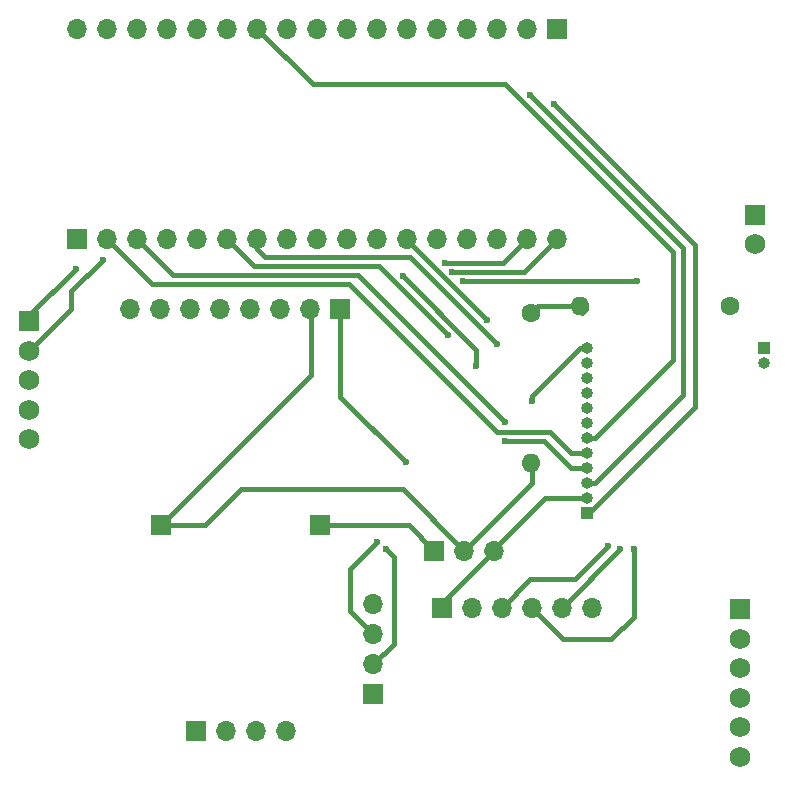
<source format=gbr>
G04 #@! TF.FileFunction,Copper,L2,Bot,Signal*
%FSLAX46Y46*%
G04 Gerber Fmt 4.6, Leading zero omitted, Abs format (unit mm)*
G04 Created by KiCad (PCBNEW 4.0.7) date 08/16/18 23:45:15*
%MOMM*%
%LPD*%
G01*
G04 APERTURE LIST*
%ADD10C,0.100000*%
%ADD11R,1.700000X1.700000*%
%ADD12O,1.700000X1.700000*%
%ADD13R,1.000000X1.000000*%
%ADD14O,1.000000X1.000000*%
%ADD15R,1.750000X1.750000*%
%ADD16C,1.750000*%
%ADD17C,1.600000*%
%ADD18O,1.600000X1.600000*%
%ADD19C,0.600000*%
%ADD20C,0.400000*%
G04 APERTURE END LIST*
D10*
D11*
X102806500Y-85534500D03*
D12*
X100266500Y-85534500D03*
X97726500Y-85534500D03*
X95186500Y-85534500D03*
X92646500Y-85534500D03*
X90106500Y-85534500D03*
X87566500Y-85534500D03*
X85026500Y-85534500D03*
D13*
X138684000Y-88900000D03*
D14*
X138684000Y-90170000D03*
D13*
X123698000Y-102870000D03*
D14*
X123698000Y-101600000D03*
X123698000Y-100330000D03*
X123698000Y-99060000D03*
X123698000Y-97790000D03*
X123698000Y-96520000D03*
X123698000Y-95250000D03*
X123698000Y-93980000D03*
X123698000Y-92710000D03*
X123698000Y-91440000D03*
X123698000Y-90170000D03*
X123698000Y-88900000D03*
D11*
X121158000Y-61849000D03*
D12*
X118618000Y-61849000D03*
X116078000Y-61849000D03*
X113538000Y-61849000D03*
X110998000Y-61849000D03*
X108458000Y-61849000D03*
X105918000Y-61849000D03*
X103378000Y-61849000D03*
X100838000Y-61849000D03*
X98298000Y-61849000D03*
X95758000Y-61849000D03*
X93218000Y-61849000D03*
X90678000Y-61849000D03*
X88138000Y-61849000D03*
X85598000Y-61849000D03*
X83058000Y-61849000D03*
X80518000Y-61849000D03*
D11*
X101092000Y-103886000D03*
X87630000Y-103886000D03*
X90551000Y-121285000D03*
D12*
X93091000Y-121285000D03*
X95631000Y-121285000D03*
X98171000Y-121285000D03*
D11*
X80518000Y-79629000D03*
D12*
X83058000Y-79629000D03*
X85598000Y-79629000D03*
X88138000Y-79629000D03*
X90678000Y-79629000D03*
X93218000Y-79629000D03*
X95758000Y-79629000D03*
X98298000Y-79629000D03*
X100838000Y-79629000D03*
X103378000Y-79629000D03*
X105918000Y-79629000D03*
X108458000Y-79629000D03*
X110998000Y-79629000D03*
X113538000Y-79629000D03*
X116078000Y-79629000D03*
X118618000Y-79629000D03*
X121158000Y-79629000D03*
D11*
X110744000Y-106045000D03*
D12*
X113284000Y-106045000D03*
X115824000Y-106045000D03*
D11*
X105600500Y-118173500D03*
D12*
X105600500Y-115633500D03*
X105600500Y-113093500D03*
X105600500Y-110553500D03*
D11*
X111379000Y-110871000D03*
D12*
X113919000Y-110871000D03*
X116459000Y-110871000D03*
X118999000Y-110871000D03*
X121539000Y-110871000D03*
X124079000Y-110871000D03*
D15*
X76454000Y-86614000D03*
D16*
X76454000Y-89114000D03*
X76454000Y-91614000D03*
X76454000Y-94114000D03*
X76454000Y-96614000D03*
D15*
X137922000Y-77597000D03*
D16*
X137922000Y-80097000D03*
D17*
X118935500Y-85915500D03*
D18*
X118935500Y-98615500D03*
D17*
X135763000Y-85344000D03*
D18*
X123063000Y-85344000D03*
D15*
X136652000Y-110998000D03*
D16*
X136652000Y-113498000D03*
X136652000Y-115998000D03*
X136652000Y-118498000D03*
X136652000Y-120998000D03*
X136652000Y-123498000D03*
D19*
X108331000Y-98552000D03*
X118999000Y-93345000D03*
X120904000Y-68199000D03*
X118872000Y-67437000D03*
X116713000Y-95123000D03*
X116713000Y-96774000D03*
X127889000Y-83185000D03*
X113157000Y-83185000D03*
X105918000Y-105283000D03*
X111633000Y-81661000D03*
X106680000Y-105918000D03*
X112268000Y-82423000D03*
X82677000Y-81407000D03*
X80391000Y-82169000D03*
X127635000Y-105918000D03*
X108077000Y-82804000D03*
X114300000Y-90424000D03*
X126492000Y-105918000D03*
X115189000Y-86487000D03*
X125476000Y-105664000D03*
X111887000Y-87757000D03*
X116078000Y-88519000D03*
D20*
X115824000Y-106045000D02*
X115824000Y-105918000D01*
X115824000Y-105918000D02*
X120142000Y-101600000D01*
X120142000Y-101600000D02*
X123698000Y-101600000D01*
X102806500Y-93027500D02*
X102806500Y-85534500D01*
X108331000Y-98552000D02*
X102806500Y-93027500D01*
X111379000Y-110871000D02*
X111379000Y-110490000D01*
X111379000Y-110490000D02*
X115824000Y-106045000D01*
X123698000Y-88900000D02*
X123063000Y-88900000D01*
X118999000Y-92964000D02*
X118999000Y-93345000D01*
X123063000Y-88900000D02*
X118999000Y-92964000D01*
X113284000Y-106045000D02*
X108077000Y-100838000D01*
X91313000Y-103886000D02*
X87630000Y-103886000D01*
X94361000Y-100838000D02*
X91313000Y-103886000D01*
X108077000Y-100838000D02*
X94361000Y-100838000D01*
X87630000Y-103886000D02*
X100330000Y-91186000D01*
X100330000Y-91186000D02*
X100330000Y-85598000D01*
X100330000Y-85598000D02*
X100266500Y-85534500D01*
X113284000Y-106045000D02*
X118999000Y-100330000D01*
X118999000Y-100330000D02*
X118999000Y-98679000D01*
X118999000Y-98679000D02*
X118935500Y-98615500D01*
X123698000Y-102870000D02*
X123825000Y-102870000D01*
X123825000Y-102870000D02*
X132842000Y-93853000D01*
X132842000Y-93853000D02*
X132842000Y-80137000D01*
X132842000Y-80137000D02*
X120904000Y-68199000D01*
X123698000Y-100330000D02*
X124333000Y-100330000D01*
X131826000Y-80391000D02*
X118872000Y-67437000D01*
X131826000Y-92837000D02*
X131826000Y-80391000D01*
X124333000Y-100330000D02*
X131826000Y-92837000D01*
X123698000Y-99060000D02*
X122301000Y-99060000D01*
X88646000Y-82677000D02*
X85598000Y-79629000D01*
X104267000Y-82677000D02*
X88646000Y-82677000D01*
X116713000Y-95123000D02*
X104267000Y-82677000D01*
X120015000Y-96774000D02*
X116713000Y-96774000D01*
X122301000Y-99060000D02*
X120015000Y-96774000D01*
X123444000Y-98806000D02*
X123698000Y-99060000D01*
X123698000Y-97790000D02*
X122301000Y-97790000D01*
X86868000Y-83439000D02*
X83058000Y-79629000D01*
X103505000Y-83439000D02*
X86868000Y-83439000D01*
X116078000Y-96012000D02*
X103505000Y-83439000D01*
X120523000Y-96012000D02*
X116078000Y-96012000D01*
X122301000Y-97790000D02*
X120523000Y-96012000D01*
X123698000Y-96520000D02*
X124333000Y-96520000D01*
X100457000Y-66548000D02*
X95758000Y-61849000D01*
X116713000Y-66548000D02*
X100457000Y-66548000D01*
X130937000Y-80772000D02*
X116713000Y-66548000D01*
X130937000Y-89916000D02*
X130937000Y-80772000D01*
X124333000Y-96520000D02*
X130937000Y-89916000D01*
X113157000Y-83185000D02*
X127889000Y-83185000D01*
X101092000Y-103886000D02*
X108585000Y-103886000D01*
X108585000Y-103886000D02*
X110744000Y-106045000D01*
X118618000Y-79629000D02*
X116586000Y-81661000D01*
X103632000Y-111125000D02*
X105600500Y-113093500D01*
X103632000Y-107569000D02*
X103632000Y-111125000D01*
X105918000Y-105283000D02*
X103632000Y-107569000D01*
X116586000Y-81661000D02*
X111633000Y-81661000D01*
X121158000Y-79629000D02*
X118364000Y-82423000D01*
X107315000Y-113919000D02*
X105600500Y-115633500D01*
X107315000Y-106553000D02*
X107315000Y-113919000D01*
X106680000Y-105918000D02*
X107315000Y-106553000D01*
X118364000Y-82423000D02*
X112268000Y-82423000D01*
X80010000Y-85558000D02*
X76454000Y-89114000D01*
X80010000Y-84074000D02*
X80010000Y-85558000D01*
X82677000Y-81407000D02*
X80010000Y-84074000D01*
X80391000Y-82169000D02*
X76454000Y-86106000D01*
X76454000Y-86106000D02*
X76454000Y-86614000D01*
X121666000Y-113538000D02*
X118999000Y-110871000D01*
X125730000Y-113538000D02*
X121666000Y-113538000D01*
X127635000Y-111633000D02*
X125730000Y-113538000D01*
X127635000Y-105918000D02*
X127635000Y-111633000D01*
X114300000Y-89027000D02*
X108077000Y-82804000D01*
X114300000Y-89281000D02*
X114300000Y-89027000D01*
X114300000Y-90424000D02*
X114300000Y-89281000D01*
X121539000Y-110871000D02*
X126492000Y-105918000D01*
X115189000Y-86487000D02*
X108458000Y-79756000D01*
X108458000Y-79756000D02*
X108458000Y-79629000D01*
X118872000Y-108458000D02*
X116459000Y-110871000D01*
X122682000Y-108458000D02*
X118872000Y-108458000D01*
X125476000Y-105664000D02*
X122682000Y-108458000D01*
X93218000Y-79629000D02*
X95504000Y-81915000D01*
X106045000Y-81915000D02*
X111887000Y-87757000D01*
X95504000Y-81915000D02*
X106045000Y-81915000D01*
X123063000Y-85344000D02*
X119507000Y-85344000D01*
X119507000Y-85344000D02*
X118935500Y-85915500D01*
X123253500Y-85915500D02*
X123571000Y-85598000D01*
X95758000Y-79629000D02*
X95758000Y-80518000D01*
X108712000Y-81153000D02*
X116078000Y-88519000D01*
X96393000Y-81153000D02*
X108712000Y-81153000D01*
X95758000Y-80518000D02*
X96393000Y-81153000D01*
M02*

</source>
